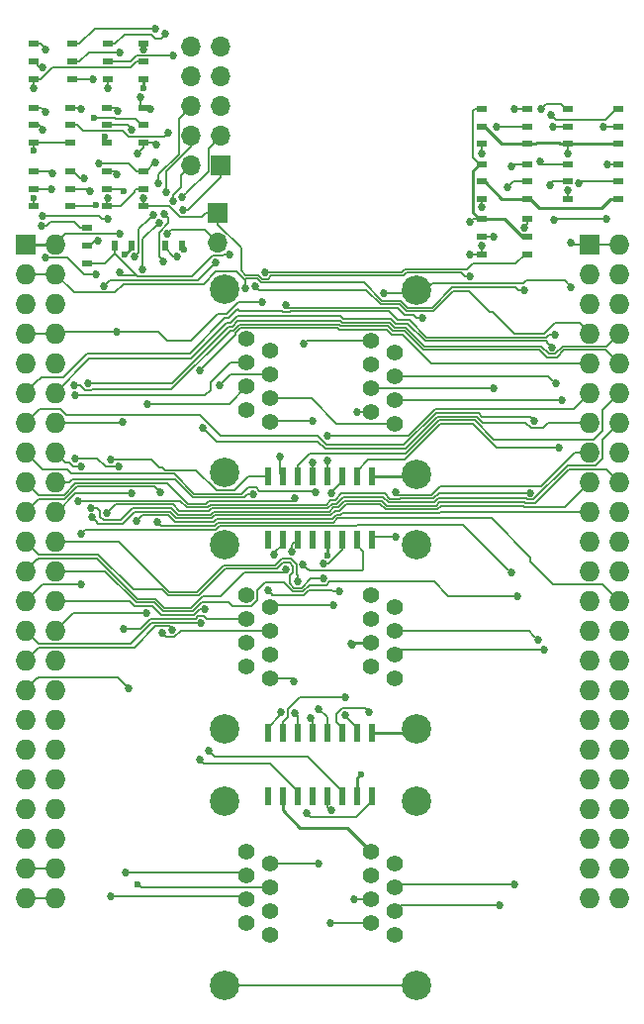
<source format=gbr>
G04 #@! TF.FileFunction,Copper,L2,Bot,Signal*
%FSLAX46Y46*%
G04 Gerber Fmt 4.6, Leading zero omitted, Abs format (unit mm)*
G04 Created by KiCad (PCBNEW 4.0.7-e2-6376~58~ubuntu16.04.1) date Fri Jun  1 10:41:47 2018*
%MOMM*%
%LPD*%
G01*
G04 APERTURE LIST*
%ADD10C,0.100000*%
%ADD11R,1.700000X1.700000*%
%ADD12O,1.700000X1.700000*%
%ADD13R,1.727200X1.727200*%
%ADD14O,1.727200X1.727200*%
%ADD15C,1.422400*%
%ADD16C,2.514600*%
%ADD17R,0.900000X0.500000*%
%ADD18R,0.500000X0.900000*%
%ADD19R,0.600000X1.500000*%
%ADD20C,0.685800*%
%ADD21C,0.600000*%
%ADD22C,0.152400*%
%ADD23C,0.250000*%
G04 APERTURE END LIST*
D10*
D11*
X132842000Y-59690000D03*
D12*
X132842000Y-62230000D03*
D13*
X164630098Y-62382400D03*
D14*
X167170098Y-62382400D03*
X164630098Y-64922400D03*
X167170098Y-64922400D03*
X164630098Y-67462400D03*
X167170098Y-67462400D03*
X164630098Y-70002400D03*
X167170098Y-70002400D03*
X164630098Y-72542400D03*
X167170098Y-72542400D03*
X164630098Y-75082400D03*
X167170098Y-75082400D03*
X164630098Y-77622400D03*
X167170098Y-77622400D03*
X164630098Y-80162400D03*
X167170098Y-80162400D03*
X164630098Y-82702400D03*
X167170098Y-82702400D03*
X164630098Y-85242400D03*
X167170098Y-85242400D03*
X164630098Y-87782400D03*
X167170098Y-87782400D03*
X164630098Y-90322400D03*
X167170098Y-90322400D03*
X164630098Y-92862400D03*
X167170098Y-92862400D03*
X164630098Y-95402400D03*
X167170098Y-95402400D03*
X164630098Y-97942400D03*
X167170098Y-97942400D03*
X164630098Y-100482400D03*
X167170098Y-100482400D03*
X164630098Y-103022400D03*
X167170098Y-103022400D03*
X164630098Y-105562400D03*
X167170098Y-105562400D03*
X164630098Y-108102400D03*
X167170098Y-108102400D03*
X164630098Y-110642400D03*
X167170098Y-110642400D03*
X164630098Y-113182400D03*
X167170098Y-113182400D03*
X164630098Y-115722400D03*
X167170098Y-115722400D03*
X164630098Y-118262400D03*
X167170098Y-118262400D03*
D13*
X116370100Y-62382400D03*
D14*
X118910100Y-62382400D03*
X116370100Y-64922400D03*
X118910100Y-64922400D03*
X116370100Y-67462400D03*
X118910100Y-67462400D03*
X116370100Y-70002400D03*
X118910100Y-70002400D03*
X116370100Y-72542400D03*
X118910100Y-72542400D03*
X116370100Y-75082400D03*
X118910100Y-75082400D03*
X116370100Y-77622400D03*
X118910100Y-77622400D03*
X116370100Y-80162400D03*
X118910100Y-80162400D03*
X116370100Y-82702400D03*
X118910100Y-82702400D03*
X116370100Y-85242400D03*
X118910100Y-85242400D03*
X116370100Y-87782400D03*
X118910100Y-87782400D03*
X116370100Y-90322400D03*
X118910100Y-90322400D03*
X116370100Y-92862400D03*
X118910100Y-92862400D03*
X116370100Y-95402400D03*
X118910100Y-95402400D03*
X116370100Y-97942400D03*
X118910100Y-97942400D03*
X116370100Y-100482400D03*
X118910100Y-100482400D03*
X116370100Y-103022400D03*
X118910100Y-103022400D03*
X116370100Y-105562400D03*
X118910100Y-105562400D03*
X116370100Y-108102400D03*
X118910100Y-108102400D03*
X116370100Y-110642400D03*
X118910100Y-110642400D03*
X116370100Y-113182400D03*
X118910100Y-113182400D03*
X116370100Y-115722400D03*
X118910100Y-115722400D03*
X116370100Y-118262400D03*
X118910100Y-118262400D03*
D15*
X135255000Y-74549000D03*
X135255000Y-72517000D03*
X135255000Y-70485000D03*
X137287000Y-71501000D03*
X137287000Y-73533000D03*
X137287000Y-75565000D03*
X137287000Y-77597000D03*
X135255000Y-76581000D03*
D16*
X133400800Y-66192400D03*
X133400800Y-81889600D03*
D15*
X135255000Y-96456500D03*
X135255000Y-94424500D03*
X135255000Y-92392500D03*
X137287000Y-93408500D03*
X137287000Y-95440500D03*
X137287000Y-97472500D03*
X137287000Y-99504500D03*
X135255000Y-98488500D03*
D16*
X133400800Y-88099900D03*
X133400800Y-103797100D03*
D15*
X135255000Y-118364000D03*
X135255000Y-116332000D03*
X135255000Y-114300000D03*
X137287000Y-115316000D03*
X137287000Y-117348000D03*
X137287000Y-119380000D03*
X137287000Y-121412000D03*
X135255000Y-120396000D03*
D16*
X133400800Y-110007400D03*
X133400800Y-125704600D03*
D15*
X147955000Y-73660000D03*
X147955000Y-75692000D03*
X147955000Y-77724000D03*
X145923000Y-76708000D03*
X145923000Y-74676000D03*
X145923000Y-72644000D03*
X145923000Y-70612000D03*
X147955000Y-71628000D03*
D16*
X149809200Y-82016600D03*
X149809200Y-66319400D03*
D15*
X147955000Y-95440500D03*
X147955000Y-97472500D03*
X147955000Y-99504500D03*
X145923000Y-98488500D03*
X145923000Y-96456500D03*
X145923000Y-94424500D03*
X145923000Y-92392500D03*
X147955000Y-93408500D03*
D16*
X149809200Y-103797100D03*
X149809200Y-88099900D03*
D15*
X147955000Y-117348000D03*
X147955000Y-119380000D03*
X147955000Y-121412000D03*
X145923000Y-120396000D03*
X145923000Y-118364000D03*
X145923000Y-116332000D03*
X145923000Y-114300000D03*
X147955000Y-115316000D03*
D16*
X149809200Y-125704600D03*
X149809200Y-110007400D03*
D11*
X133096000Y-55626000D03*
D12*
X130556000Y-55626000D03*
X133096000Y-53086000D03*
X130556000Y-53086000D03*
X133096000Y-50546000D03*
X130556000Y-50546000D03*
X133096000Y-48006000D03*
X130556000Y-48006000D03*
X133096000Y-45466000D03*
X130556000Y-45466000D03*
D17*
X126492000Y-45260000D03*
X126492000Y-46760000D03*
X126492000Y-48260000D03*
X126491998Y-50697000D03*
X126491998Y-52197000D03*
X126491998Y-53697000D03*
X126491998Y-56134000D03*
X126491998Y-57634000D03*
X126491998Y-59134000D03*
X117094000Y-45260000D03*
X117094000Y-46760000D03*
X117094000Y-48260000D03*
X120396000Y-45260000D03*
X120396000Y-46760000D03*
X120396000Y-48260000D03*
X123444000Y-45260000D03*
X123444000Y-46760000D03*
X123444000Y-48260000D03*
X117094000Y-50697000D03*
X117094000Y-52197000D03*
X117094000Y-53697000D03*
X120181997Y-50697000D03*
X120181997Y-52197000D03*
X120181997Y-53697000D03*
X123359332Y-50697000D03*
X123359332Y-52197000D03*
X123359332Y-53697000D03*
X117094000Y-56134000D03*
X117094000Y-57634000D03*
X117094000Y-59134000D03*
X120226666Y-56134000D03*
X120226666Y-57634000D03*
X120226666Y-59134000D03*
X123359332Y-56134000D03*
X123359332Y-57634000D03*
X123359332Y-59134000D03*
X121666000Y-61008000D03*
X121666000Y-62508000D03*
X121666000Y-64008000D03*
X159339886Y-60222000D03*
X159339886Y-61722000D03*
X159339886Y-63222000D03*
X155443829Y-50812000D03*
X155443829Y-52312000D03*
X155443829Y-53812000D03*
X155443829Y-55529000D03*
X155443829Y-57029000D03*
X155443829Y-58529000D03*
X155443829Y-60246000D03*
X155443829Y-61746000D03*
X155443829Y-63246000D03*
X167132000Y-50812000D03*
X167132000Y-52312000D03*
X167132000Y-53812000D03*
X167132000Y-55529000D03*
X167132000Y-57029000D03*
X167132000Y-58529000D03*
X162814000Y-50812000D03*
X162814000Y-52312000D03*
X162814000Y-53812000D03*
X162814000Y-55529000D03*
X162814000Y-57029000D03*
X162814000Y-58529000D03*
X159339886Y-50812000D03*
X159339886Y-52312000D03*
X159339886Y-53812000D03*
X159339886Y-55529000D03*
X159339886Y-57029000D03*
X159339886Y-58529000D03*
D18*
X123976000Y-62484000D03*
X125476000Y-62484000D03*
X128294000Y-62484000D03*
X129794000Y-62484000D03*
D19*
X137109200Y-82212200D03*
X138379200Y-82212200D03*
X139649200Y-82212200D03*
X140919200Y-82212200D03*
X142189200Y-82212200D03*
X143459200Y-82212200D03*
X144729200Y-82212200D03*
X145999200Y-82212200D03*
X145999200Y-87612200D03*
X144729200Y-87612200D03*
X143459200Y-87612200D03*
X142189200Y-87612200D03*
X140919200Y-87612200D03*
X139649200Y-87612200D03*
X138379200Y-87612200D03*
X137109200Y-87612200D03*
X137109200Y-104165400D03*
X138379200Y-104165400D03*
X139649200Y-104165400D03*
X140919200Y-104165400D03*
X142189200Y-104165400D03*
X143459200Y-104165400D03*
X144729200Y-104165400D03*
X145999200Y-104165400D03*
X145999200Y-109565400D03*
X144729200Y-109565400D03*
X143459200Y-109565400D03*
X142189200Y-109565400D03*
X140919200Y-109565400D03*
X139649200Y-109565400D03*
X138379200Y-109565400D03*
X137109200Y-109565400D03*
D20*
X117725083Y-60790679D03*
X159042057Y-60960000D03*
X159042057Y-66285744D03*
X135153132Y-66161585D03*
X124206000Y-69850000D03*
X136906000Y-64770000D03*
X136652000Y-67310000D03*
X133794457Y-63236055D03*
X124460000Y-64770000D03*
X121917505Y-57847143D03*
X123698000Y-118110000D03*
X118110000Y-63500000D03*
X122402677Y-64960562D03*
X124968000Y-116078000D03*
X118618000Y-57658000D03*
D21*
X124734610Y-57865051D03*
X125984000Y-117094000D03*
X124864852Y-63225390D03*
D20*
X124460000Y-61468000D03*
X147066000Y-66548000D03*
X163068000Y-66040000D03*
X163068000Y-62230000D03*
X128524000Y-61468000D03*
D21*
X129963296Y-62803669D03*
D20*
X126784057Y-76010215D03*
X124460000Y-45974000D03*
X120661855Y-75267566D03*
X117856000Y-47244000D03*
X138176000Y-80518000D03*
X133019823Y-74414968D03*
X129032000Y-46228000D03*
X140970000Y-77470000D03*
X140970000Y-81026000D03*
X128549741Y-52812241D03*
X117874066Y-59965813D03*
X124777510Y-95304274D03*
X123380490Y-60198000D03*
X117856000Y-52578000D03*
X142580941Y-83699180D03*
X142748000Y-93218000D03*
X128079510Y-95618321D03*
X125476000Y-52578000D03*
X139305820Y-99718183D03*
X140130382Y-89728850D03*
X141478000Y-115316000D03*
D21*
X142227522Y-88963998D03*
D20*
X137668000Y-88900000D03*
X161734490Y-74277182D03*
X163759302Y-57150000D03*
X162306000Y-75692000D03*
X165862000Y-52324000D03*
X143700490Y-101092000D03*
X144780000Y-76708000D03*
X144272000Y-96520000D03*
X144309500Y-96595086D03*
X144526000Y-118364000D03*
X156400490Y-74677587D03*
X156400490Y-61725175D03*
X140779510Y-102871587D03*
X140208000Y-70866000D03*
X160210490Y-96158313D03*
X161226490Y-57351013D03*
X160782000Y-97028000D03*
X161544000Y-52324000D03*
X145796000Y-102362000D03*
D21*
X145054610Y-107696000D03*
D20*
X157619679Y-57539301D03*
X158242000Y-117094000D03*
X156972000Y-118872000D03*
X156718000Y-52324000D03*
X142516239Y-110768000D03*
X142494000Y-120396000D03*
X126492000Y-58420000D03*
X154428807Y-65087502D03*
X154432000Y-63246000D03*
X155448000Y-54610000D03*
X155448000Y-62491302D03*
X155448000Y-59182000D03*
X127530740Y-53878367D03*
X125920490Y-54591291D03*
D21*
X126492000Y-49022000D03*
D20*
X127915303Y-83620569D03*
X129875045Y-59483970D03*
X125462974Y-83680321D03*
X126415759Y-64545365D03*
X127821514Y-60516425D03*
X129031477Y-58673477D03*
X126746000Y-93891132D03*
X129800811Y-58340041D03*
X128936521Y-95313510D03*
X128130201Y-63813118D03*
X128233680Y-59768472D03*
X128455602Y-57900269D03*
X120625601Y-80676613D03*
X124369989Y-81419679D03*
X132685493Y-63900722D03*
X123072893Y-65944245D03*
X127290830Y-59867600D03*
X125222000Y-100330000D03*
X125732349Y-63429261D03*
X127762000Y-57150000D03*
X136000966Y-65950093D03*
X121727990Y-74258045D03*
X118110000Y-45720000D03*
X131318000Y-73152000D03*
X127508000Y-43942000D03*
X120584978Y-74422000D03*
X118110000Y-51054000D03*
X142176490Y-80835510D03*
X142176490Y-78740000D03*
X131563067Y-78110077D03*
X128308000Y-44418695D03*
X123329679Y-85381317D03*
X121158000Y-50800000D03*
X148082000Y-87376000D03*
X148082000Y-83566000D03*
X162052000Y-79756000D03*
X122087341Y-85732644D03*
X118681510Y-56307361D03*
X121418841Y-56750005D03*
X121995215Y-84899510D03*
X125867564Y-86075595D03*
X124260694Y-50975795D03*
X127620197Y-86118754D03*
X129366419Y-63396384D03*
X161658321Y-70104000D03*
X161374524Y-51323218D03*
X161607510Y-60307041D03*
X161419772Y-71186955D03*
X166116000Y-60198000D03*
X166213000Y-55529000D03*
X159905679Y-77494912D03*
X160540000Y-50812000D03*
X124711254Y-77533510D03*
X124206000Y-56388000D03*
X141846321Y-89662000D03*
X141224000Y-83566000D03*
X121098235Y-81368868D03*
X159572185Y-83629510D03*
X160381155Y-55271393D03*
X120904000Y-84328000D03*
X140462000Y-110998000D03*
X139446000Y-84074000D03*
X137096490Y-91997274D03*
X143700490Y-102668987D03*
X135837013Y-83756490D03*
X143192490Y-92078669D03*
X141846321Y-90932000D03*
X141478000Y-102108000D03*
X139382521Y-102449267D03*
X139636490Y-91186000D03*
X139192000Y-88646000D03*
X138684000Y-90170000D03*
X158496000Y-92456000D03*
X158242000Y-50800000D03*
X157924490Y-90456938D03*
X157924490Y-55697958D03*
X121158000Y-91440000D03*
X121158000Y-87122000D03*
X131744676Y-93586321D03*
X132080000Y-105664000D03*
X131352716Y-94776724D03*
X131318000Y-106426000D03*
X122593185Y-62058111D03*
X123698000Y-80772000D03*
X127444490Y-55401553D03*
X126492000Y-45709889D03*
X127042079Y-50849639D03*
X122639921Y-55468375D03*
X126238000Y-49784000D03*
D21*
X117073390Y-54356000D03*
D20*
X117094000Y-49022000D03*
D21*
X117094000Y-58420000D03*
X122447607Y-59008798D03*
D20*
X122174000Y-48260000D03*
D21*
X122194610Y-51562000D03*
D20*
X123444000Y-58420000D03*
D21*
X123190000Y-53204211D03*
D20*
X123444000Y-49022000D03*
X138239510Y-102362000D03*
X138684000Y-67564000D03*
X150355605Y-68681622D03*
X154432000Y-60452000D03*
X162814000Y-57774302D03*
X162814000Y-54610000D03*
D22*
X136505423Y-65646312D02*
X145318488Y-65646312D01*
X146880553Y-67208377D02*
X148499045Y-67208378D01*
X136187922Y-65328811D02*
X136505423Y-65646312D01*
X152888816Y-66069366D02*
X158340746Y-66069366D01*
X158557124Y-66285744D02*
X159042057Y-66285744D01*
X145318488Y-65646312D02*
X146880553Y-67208377D01*
X158340746Y-66069366D02*
X158557124Y-66285744D01*
X149095967Y-67805301D02*
X151152881Y-67805301D01*
X148499045Y-67208378D02*
X149095967Y-67805301D01*
X135202534Y-65328811D02*
X136187922Y-65328811D01*
X135126991Y-65404354D02*
X135202534Y-65328811D01*
X151152881Y-67805301D02*
X152888816Y-66069366D01*
X120530219Y-60474619D02*
X118526076Y-60474619D01*
X118526076Y-60474619D02*
X118210016Y-60790679D01*
X118210016Y-60790679D02*
X117725083Y-60790679D01*
X121666000Y-61008000D02*
X121063600Y-61008000D01*
X121063600Y-61008000D02*
X120530219Y-60474619D01*
X159339886Y-60222000D02*
X159339886Y-60662171D01*
X159339886Y-60662171D02*
X159042057Y-60960000D01*
X134429136Y-64706499D02*
X135126991Y-65404354D01*
X131608067Y-65785999D02*
X132687567Y-64706499D01*
X132687567Y-64706499D02*
X134429136Y-64706499D01*
X124759129Y-65785999D02*
X131608067Y-65785999D01*
X124029382Y-66515746D02*
X124759129Y-65785999D01*
X118910100Y-64922400D02*
X120503446Y-66515746D01*
X120503446Y-66515746D02*
X124029382Y-66515746D01*
X135126991Y-65404354D02*
X135153132Y-65430495D01*
X135153132Y-65676652D02*
X135153132Y-66161585D01*
X135153132Y-65430495D02*
X135153132Y-65676652D01*
X118910100Y-64922400D02*
X117688786Y-64922400D01*
X117688786Y-64922400D02*
X116370100Y-64922400D01*
D23*
X121666000Y-61008000D02*
X121466000Y-61008000D01*
D22*
X124206000Y-69850000D02*
X119062500Y-69850000D01*
X119062500Y-69850000D02*
X118910100Y-70002400D01*
X124206000Y-69850000D02*
X127762000Y-69850000D01*
X128524000Y-70612000D02*
X130556000Y-70612000D01*
X132842000Y-68326000D02*
X133591704Y-68326000D01*
X134607704Y-67310000D02*
X136652000Y-67310000D01*
X133591704Y-68326000D02*
X134607704Y-67310000D01*
X130556000Y-70612000D02*
X132842000Y-68326000D01*
X127762000Y-69850000D02*
X128524000Y-70612000D01*
X116370100Y-70002400D02*
X117591414Y-70002400D01*
X117591414Y-70002400D02*
X118910100Y-70002400D01*
X136906000Y-64770000D02*
X148590000Y-64770000D01*
X148844000Y-64516000D02*
X154178000Y-64516000D01*
X148590000Y-64770000D02*
X148844000Y-64516000D01*
X154178000Y-64516000D02*
X154667272Y-64026728D01*
X154667272Y-64026728D02*
X155383998Y-64026728D01*
X136906000Y-64770000D02*
X136906000Y-64516000D01*
X133216359Y-63329220D02*
X133309524Y-63236055D01*
X133309524Y-63236055D02*
X133794457Y-63236055D01*
X125875747Y-65024000D02*
X125968614Y-65116867D01*
X132411171Y-63329220D02*
X133216359Y-63329220D01*
X130623524Y-65116867D02*
X132411171Y-63329220D01*
X125968614Y-65116867D02*
X130623524Y-65116867D01*
X125875747Y-65024000D02*
X124714000Y-65024000D01*
X124714000Y-65024000D02*
X124460000Y-64770000D01*
X125875747Y-65024000D02*
X124097747Y-63246000D01*
X122366000Y-64008000D02*
X121666000Y-64008000D01*
X123914000Y-63246000D02*
X123152000Y-64008000D01*
X123152000Y-64008000D02*
X122366000Y-64008000D01*
X124097747Y-63246000D02*
X123914000Y-63246000D01*
X123976000Y-63184000D02*
X123914000Y-63246000D01*
X158335158Y-64026728D02*
X155808262Y-64026728D01*
X155808262Y-64026728D02*
X155383998Y-64026728D01*
X159339886Y-63222000D02*
X159139886Y-63222000D01*
X159139886Y-63222000D02*
X158335158Y-64026728D01*
X123976000Y-63184000D02*
X123976000Y-62484000D01*
X121704362Y-57634000D02*
X121917505Y-57847143D01*
X120226666Y-57634000D02*
X121704362Y-57634000D01*
X123698000Y-118110000D02*
X135001000Y-118110000D01*
X135001000Y-118110000D02*
X135255000Y-118364000D01*
X118110000Y-63500000D02*
X119963448Y-63500000D01*
X119963448Y-63500000D02*
X121424010Y-64960562D01*
X121424010Y-64960562D02*
X122402677Y-64960562D01*
X124968000Y-116078000D02*
X135001000Y-116078000D01*
X135001000Y-116078000D02*
X135255000Y-116332000D01*
X117720400Y-57658000D02*
X118618000Y-57658000D01*
X117094000Y-57634000D02*
X117696400Y-57634000D01*
X117696400Y-57634000D02*
X117720400Y-57658000D01*
X124503559Y-57634000D02*
X124734610Y-57865051D01*
X123359332Y-57634000D02*
X124503559Y-57634000D01*
X125984000Y-117094000D02*
X126283999Y-117393999D01*
X126283999Y-117393999D02*
X137241001Y-117393999D01*
X137241001Y-117393999D02*
X137287000Y-117348000D01*
D23*
X125476000Y-62684000D02*
X124934610Y-63225390D01*
X125476000Y-62484000D02*
X125476000Y-62684000D01*
X124934610Y-63225390D02*
X124864852Y-63225390D01*
D22*
X147066000Y-66548000D02*
X149580600Y-66548000D01*
X149580600Y-66548000D02*
X149809200Y-66319400D01*
X163068000Y-66040000D02*
X162525865Y-65497865D01*
X159202952Y-65497865D02*
X159003716Y-65697101D01*
X162525865Y-65497865D02*
X159202952Y-65497865D01*
X159003716Y-65697101D02*
X151218899Y-65697101D01*
X151218899Y-65697101D02*
X150596600Y-66319400D01*
X150596600Y-66319400D02*
X149809200Y-66319400D01*
X149809200Y-66319400D02*
X150342600Y-66319400D01*
X150342600Y-66319400D02*
X150876000Y-65786000D01*
X124460000Y-61468000D02*
X123975067Y-61468000D01*
X123975067Y-61468000D02*
X123956466Y-61486601D01*
X123956466Y-61486601D02*
X119805899Y-61486601D01*
X119805899Y-61486601D02*
X118910100Y-62382400D01*
X116370100Y-118262400D02*
X117591414Y-118262400D01*
X117591414Y-118262400D02*
X118910100Y-118262400D01*
X116370100Y-115722400D02*
X117591414Y-115722400D01*
X117591414Y-115722400D02*
X118910100Y-115722400D01*
X143002000Y-77724000D02*
X140843000Y-75565000D01*
X140843000Y-75565000D02*
X137287000Y-75565000D01*
X147955000Y-77724000D02*
X143002000Y-77724000D01*
X164630098Y-62382400D02*
X163220400Y-62382400D01*
X163220400Y-62382400D02*
X163068000Y-62230000D01*
X164630098Y-62382400D02*
X167170098Y-62382400D01*
X133400800Y-125704600D02*
X149809200Y-125704600D01*
X128524000Y-61468000D02*
X128866899Y-61125101D01*
X131737101Y-61125101D02*
X131992001Y-61380001D01*
X128866899Y-61125101D02*
X131737101Y-61125101D01*
X131992001Y-61380001D02*
X132842000Y-62230000D01*
D23*
X145999200Y-104165400D02*
X149440900Y-104165400D01*
X149440900Y-104165400D02*
X149809200Y-103797100D01*
X149613600Y-82212200D02*
X149809200Y-82016600D01*
X145999200Y-82212200D02*
X149613600Y-82212200D01*
X116370100Y-62382400D02*
X117483700Y-62382400D01*
X117483700Y-62382400D02*
X118910100Y-62382400D01*
X129794000Y-62484000D02*
X129868232Y-62484000D01*
X129963296Y-62579064D02*
X129963296Y-62803669D01*
X129868232Y-62484000D02*
X129963296Y-62579064D01*
D22*
X127268990Y-76010215D02*
X126784057Y-76010215D01*
X135255000Y-74549000D02*
X133793785Y-76010215D01*
X133793785Y-76010215D02*
X127268990Y-76010215D01*
X120396000Y-46760000D02*
X120998400Y-46760000D01*
X120998400Y-46760000D02*
X121784400Y-45974000D01*
X121784400Y-45974000D02*
X124460000Y-45974000D01*
X130663423Y-75298312D02*
X130632677Y-75267566D01*
X130632677Y-75267566D02*
X121146788Y-75267566D01*
X135255000Y-72517000D02*
X133901178Y-72517000D01*
X121146788Y-75267566D02*
X120661855Y-75267566D01*
X133901178Y-72517000D02*
X132194312Y-74223866D01*
X132194312Y-74223866D02*
X132194312Y-74822577D01*
X131718577Y-75298312D02*
X130663423Y-75298312D01*
X132194312Y-74822577D02*
X131718577Y-75298312D01*
X117602000Y-47244000D02*
X117856000Y-47244000D01*
X117094000Y-46760000D02*
X117118000Y-46760000D01*
X117118000Y-46760000D02*
X117602000Y-47244000D01*
X138176000Y-80518000D02*
X138176000Y-82009000D01*
X138176000Y-82009000D02*
X138379200Y-82212200D01*
X133362722Y-74072069D02*
X133019823Y-74414968D01*
X133901791Y-73533000D02*
X133362722Y-74072069D01*
X137287000Y-73533000D02*
X133901791Y-73533000D01*
X127454601Y-46281399D02*
X128978601Y-46281399D01*
X128978601Y-46281399D02*
X129032000Y-46228000D01*
X125380518Y-46760000D02*
X125859119Y-46281399D01*
X123444000Y-46760000D02*
X125380518Y-46760000D01*
X125859119Y-46281399D02*
X127454601Y-46281399D01*
X127454601Y-46281399D02*
X127508000Y-46228000D01*
X140970000Y-77470000D02*
X137414000Y-77470000D01*
X137414000Y-77470000D02*
X137287000Y-77597000D01*
X140919200Y-81076800D02*
X140970000Y-81026000D01*
X140919200Y-82212200D02*
X140919200Y-81076800D01*
X125207316Y-53155140D02*
X128206842Y-53155140D01*
X120784397Y-52197000D02*
X121262998Y-52675601D01*
X121262998Y-52675601D02*
X124727777Y-52675601D01*
X124727777Y-52675601D02*
X125207316Y-53155140D01*
X120181997Y-52197000D02*
X120784397Y-52197000D01*
X128206842Y-53155140D02*
X128549741Y-52812241D01*
X123380490Y-60198000D02*
X122895557Y-60198000D01*
X122895557Y-60198000D02*
X122663370Y-59965813D01*
X122663370Y-59965813D02*
X118358999Y-59965813D01*
X118358999Y-59965813D02*
X117874066Y-59965813D01*
X125262443Y-95304274D02*
X124777510Y-95304274D01*
X130934768Y-94386433D02*
X127096523Y-94386433D01*
X126178682Y-95304274D02*
X125262443Y-95304274D01*
X131846324Y-94424500D02*
X131592322Y-94170498D01*
X131592322Y-94170498D02*
X131150702Y-94170498D01*
X131150702Y-94170498D02*
X130934768Y-94386433D01*
X135255000Y-94424500D02*
X131846324Y-94424500D01*
X127096523Y-94386433D02*
X126178682Y-95304274D01*
X117094000Y-52197000D02*
X117475000Y-52197000D01*
X117475000Y-52197000D02*
X117856000Y-52578000D01*
X143459200Y-82212200D02*
X143459200Y-82662200D01*
X143459200Y-82662200D02*
X142580941Y-83540459D01*
X142580941Y-83540459D02*
X142580941Y-83699180D01*
X142748000Y-93218000D02*
X137477500Y-93218000D01*
X137477500Y-93218000D02*
X137287000Y-93408500D01*
X128422409Y-95961220D02*
X128079510Y-95618321D01*
X129134635Y-95961220D02*
X128422409Y-95961220D01*
X137287000Y-95440500D02*
X129655355Y-95440500D01*
X129655355Y-95440500D02*
X129134635Y-95961220D01*
X123359332Y-52197000D02*
X125095000Y-52197000D01*
X125095000Y-52197000D02*
X125476000Y-52578000D01*
X139092137Y-99504500D02*
X139305820Y-99718183D01*
X137287000Y-99504500D02*
X139092137Y-99504500D01*
X145150323Y-90307677D02*
X140709209Y-90307677D01*
X140709209Y-90307677D02*
X140473281Y-90071749D01*
X140473281Y-90071749D02*
X140130382Y-89728850D01*
X145288000Y-90170000D02*
X145150323Y-90307677D01*
X145288000Y-88621000D02*
X145288000Y-90170000D01*
X144729200Y-88062200D02*
X145288000Y-88621000D01*
X144729200Y-87612200D02*
X144729200Y-88062200D01*
X141478000Y-115316000D02*
X137287000Y-115316000D01*
D23*
X142189200Y-88925676D02*
X142227522Y-88963998D01*
X142189200Y-87612200D02*
X142189200Y-88925676D01*
D22*
X138379200Y-87612200D02*
X138379200Y-88062200D01*
X137668000Y-88773400D02*
X137668000Y-88900000D01*
X138379200Y-88062200D02*
X137668000Y-88773400D01*
X161117308Y-73660000D02*
X161391591Y-73934283D01*
X147955000Y-73660000D02*
X161117308Y-73660000D01*
X161391591Y-73934283D02*
X161734490Y-74277182D01*
X167132000Y-57029000D02*
X163880302Y-57029000D01*
X163880302Y-57029000D02*
X163759302Y-57150000D01*
X162306000Y-75692000D02*
X147955000Y-75692000D01*
X167132000Y-52312000D02*
X165874000Y-52312000D01*
X165874000Y-52312000D02*
X165862000Y-52324000D01*
D23*
X167132000Y-52312000D02*
X166932000Y-52312000D01*
D22*
X138379200Y-104165400D02*
X138379200Y-103263000D01*
X138379200Y-103263000D02*
X138811011Y-102831189D01*
X138811011Y-102831189D02*
X138811011Y-102104965D01*
X138811011Y-102104965D02*
X139823976Y-101092000D01*
X143215557Y-101092000D02*
X143700490Y-101092000D01*
X139823976Y-101092000D02*
X143215557Y-101092000D01*
X145923000Y-76708000D02*
X144780000Y-76708000D01*
X145923000Y-96456500D02*
X144448086Y-96456500D01*
X144448086Y-96456500D02*
X144309500Y-96595086D01*
X144009266Y-96520000D02*
X144272000Y-96520000D01*
X144272000Y-96520000D02*
X145859500Y-96520000D01*
X145923000Y-118364000D02*
X144526000Y-118364000D01*
X156398903Y-74676000D02*
X156400490Y-74677587D01*
X145923000Y-74676000D02*
X156398903Y-74676000D01*
X156379665Y-61746000D02*
X156400490Y-61725175D01*
X155443829Y-61746000D02*
X156379665Y-61746000D01*
X140919200Y-104165400D02*
X140919200Y-103011277D01*
X140919200Y-103011277D02*
X140779510Y-102871587D01*
X145923000Y-70612000D02*
X140462000Y-70612000D01*
X140462000Y-70612000D02*
X140208000Y-70866000D01*
X159492677Y-95440500D02*
X159867591Y-95815414D01*
X147955000Y-95440500D02*
X159492677Y-95440500D01*
X159867591Y-95815414D02*
X160210490Y-96158313D01*
X162814000Y-57029000D02*
X161548503Y-57029000D01*
X161548503Y-57029000D02*
X161226490Y-57351013D01*
X160782000Y-97028000D02*
X148399500Y-97028000D01*
X148399500Y-97028000D02*
X147955000Y-97472500D01*
X162814000Y-52312000D02*
X161556000Y-52312000D01*
X161556000Y-52312000D02*
X161544000Y-52324000D01*
D23*
X162814000Y-52312000D02*
X162614000Y-52312000D01*
D22*
X143459200Y-103715400D02*
X143459200Y-104165400D01*
X143006800Y-102516853D02*
X143006800Y-103263000D01*
X143504552Y-102019101D02*
X143006800Y-102516853D01*
X143006800Y-103263000D02*
X143459200Y-103715400D01*
X145453101Y-102019101D02*
X143504552Y-102019101D01*
X145796000Y-102362000D02*
X145453101Y-102019101D01*
D23*
X144729200Y-109565400D02*
X144729200Y-108021410D01*
X144754611Y-107995999D02*
X145054610Y-107696000D01*
X144729200Y-108021410D02*
X144754611Y-107995999D01*
D22*
X157962578Y-57196402D02*
X157619679Y-57539301D01*
X158129980Y-57029000D02*
X157962578Y-57196402D01*
X159339886Y-57029000D02*
X158129980Y-57029000D01*
X158242000Y-117094000D02*
X148209000Y-117094000D01*
X148209000Y-117094000D02*
X147955000Y-117348000D01*
X156972000Y-118872000D02*
X148463000Y-118872000D01*
X148463000Y-118872000D02*
X147955000Y-119380000D01*
X159339886Y-52312000D02*
X156730000Y-52312000D01*
X156730000Y-52312000D02*
X156718000Y-52324000D01*
X142489400Y-110768000D02*
X142516239Y-110768000D01*
X142189200Y-110467800D02*
X142489400Y-110768000D01*
X142189200Y-109565400D02*
X142189200Y-110467800D01*
X145923000Y-120396000D02*
X142494000Y-120396000D01*
D23*
X139852400Y-112268000D02*
X143891000Y-112268000D01*
X143891000Y-112268000D02*
X145923000Y-114300000D01*
X138379200Y-110794800D02*
X139852400Y-112268000D01*
X138379200Y-109565400D02*
X138379200Y-110794800D01*
D22*
X126491998Y-58420002D02*
X126492000Y-58420000D01*
X126491998Y-58715291D02*
X126491998Y-58420002D01*
X153943874Y-65087502D02*
X154428807Y-65087502D01*
X148716256Y-65074811D02*
X148970255Y-64820811D01*
X137160000Y-65341501D02*
X137426691Y-65074810D01*
X136314178Y-65024000D02*
X136631679Y-65341501D01*
X148970255Y-64820811D02*
X153677183Y-64820811D01*
X135204933Y-65024000D02*
X136314178Y-65024000D01*
X134823189Y-64642256D02*
X135204933Y-65024000D01*
X134823189Y-62673589D02*
X134823189Y-64642256D01*
X136631679Y-65341501D02*
X137160000Y-65341501D01*
X137426691Y-65074810D02*
X148716256Y-65074811D01*
X153677183Y-64820811D02*
X153943874Y-65087502D01*
X132842000Y-60692400D02*
X134823189Y-62673589D01*
X132842000Y-59690000D02*
X132842000Y-60692400D01*
X154432000Y-63246000D02*
X155443829Y-63246000D01*
X155443829Y-53812000D02*
X155443829Y-54605829D01*
X155443829Y-54605829D02*
X155448000Y-54610000D01*
X155448000Y-62491302D02*
X155448000Y-63241829D01*
X155448000Y-63241829D02*
X155443829Y-63246000D01*
X155443829Y-58529000D02*
X155443829Y-59177829D01*
X155443829Y-59177829D02*
X155448000Y-59182000D01*
X131839600Y-59690000D02*
X132842000Y-59690000D01*
X131474128Y-60055472D02*
X131839600Y-59690000D01*
X129600723Y-60055472D02*
X131474128Y-60055472D01*
X128679251Y-59134000D02*
X129600723Y-60055472D01*
X126491998Y-59134000D02*
X128679251Y-59134000D01*
X126491998Y-53697000D02*
X126491998Y-54099400D01*
X127349373Y-53697000D02*
X127530740Y-53878367D01*
X126491998Y-53697000D02*
X127349373Y-53697000D01*
X126491998Y-59134000D02*
X126491998Y-58715291D01*
X126000107Y-54591291D02*
X125920490Y-54591291D01*
X126491998Y-54099400D02*
X126000107Y-54591291D01*
X126491998Y-59134000D02*
X126491998Y-58928002D01*
X126491998Y-58928002D02*
X126492000Y-58928000D01*
D23*
X126492000Y-48260000D02*
X126492000Y-49022000D01*
D22*
X117462301Y-84150199D02*
X119734868Y-84150199D01*
X119734868Y-84150199D02*
X120776256Y-83108811D01*
X120776256Y-83108811D02*
X127403545Y-83108811D01*
X116370100Y-85242400D02*
X117462301Y-84150199D01*
X127403545Y-83108811D02*
X127572404Y-83277670D01*
X127572404Y-83277670D02*
X127915303Y-83620569D01*
X130240430Y-59483970D02*
X129875045Y-59483970D01*
X133096000Y-56628400D02*
X130240430Y-59483970D01*
X133096000Y-55626000D02*
X133096000Y-56628400D01*
X119073734Y-85242400D02*
X120635813Y-83680321D01*
X124978041Y-83680321D02*
X125462974Y-83680321D01*
X120635813Y-83680321D02*
X124978041Y-83680321D01*
X118910100Y-85242400D02*
X119073734Y-85242400D01*
X126415759Y-64060432D02*
X126415759Y-64545365D01*
X127821514Y-60516425D02*
X126415759Y-61922180D01*
X126415759Y-61922180D02*
X126415759Y-64060432D01*
X129031477Y-58166523D02*
X129031477Y-58673477D01*
X129706001Y-57491999D02*
X129031477Y-58166523D01*
X130556000Y-55626000D02*
X129706001Y-56475999D01*
X129706001Y-56475999D02*
X129706001Y-57491999D01*
X120421368Y-93891132D02*
X126261067Y-93891132D01*
X118910100Y-95402400D02*
X120421368Y-93891132D01*
X126261067Y-93891132D02*
X126746000Y-93891132D01*
X133096000Y-53086000D02*
X132017399Y-54164601D01*
X130143710Y-57997142D02*
X129800811Y-58340041D01*
X132017399Y-56123453D02*
X130143710Y-57997142D01*
X132017399Y-54164601D02*
X132017399Y-56123453D01*
X125700039Y-96850199D02*
X127503427Y-95046811D01*
X117462301Y-96850199D02*
X125700039Y-96850199D01*
X127503427Y-95046811D02*
X128669822Y-95046811D01*
X116370100Y-97942400D02*
X117462301Y-96850199D01*
X128669822Y-95046811D02*
X128936521Y-95313510D01*
X128576579Y-60111371D02*
X128576579Y-60569599D01*
X127787302Y-63470219D02*
X128130201Y-63813118D01*
X127787302Y-61358876D02*
X127787302Y-63470219D01*
X128233680Y-59768472D02*
X128576579Y-60111371D01*
X128576579Y-60569599D02*
X127787302Y-61358876D01*
X128455602Y-57415336D02*
X128455602Y-57900269D01*
X128455602Y-56130068D02*
X128455602Y-57415336D01*
X130556000Y-54029670D02*
X128455602Y-56130068D01*
X130556000Y-53086000D02*
X130556000Y-54029670D01*
X122509680Y-80676613D02*
X121110534Y-80676613D01*
X123252746Y-81419679D02*
X122509680Y-80676613D01*
X124369989Y-81419679D02*
X123252746Y-81419679D01*
X121110534Y-80676613D02*
X120625601Y-80676613D01*
X123595460Y-65421678D02*
X131164537Y-65421678D01*
X123072893Y-65944245D02*
X123595460Y-65421678D01*
X132342594Y-64243621D02*
X132685493Y-63900722D01*
X131164537Y-65421678D02*
X132342594Y-64243621D01*
X126075248Y-61083182D02*
X126947931Y-60210499D01*
X126947931Y-60210499D02*
X127290830Y-59867600D01*
X126075248Y-63086362D02*
X126075248Y-61083182D01*
X125732349Y-63429261D02*
X126075248Y-63086362D01*
X127762000Y-56665067D02*
X127762000Y-57150000D01*
X127762000Y-56392604D02*
X127762000Y-56665067D01*
X129477399Y-54677205D02*
X127762000Y-56392604D01*
X129477399Y-51624601D02*
X129477399Y-54677205D01*
X130556000Y-50546000D02*
X129477399Y-51624601D01*
X125222000Y-100330000D02*
X124282199Y-99390199D01*
X124282199Y-99390199D02*
X117462301Y-99390199D01*
X117462301Y-99390199D02*
X117233699Y-99618801D01*
X117233699Y-99618801D02*
X116370100Y-100482400D01*
X136343865Y-66292992D02*
X136000966Y-65950093D01*
X145534101Y-66292992D02*
X136343865Y-66292992D01*
X152993658Y-66395591D02*
X151279137Y-68110112D01*
X154346341Y-66395591D02*
X152993658Y-66395591D01*
X151279137Y-68110112D02*
X148969711Y-68110112D01*
X148372789Y-67513189D02*
X147833292Y-67513189D01*
X147833292Y-67513189D02*
X146754297Y-67513187D01*
X146754297Y-67513187D02*
X145534101Y-66292992D01*
X156124339Y-68173589D02*
X154346341Y-66395591D01*
X156378340Y-68173589D02*
X156124339Y-68173589D01*
X163766499Y-69138801D02*
X161663375Y-69138801D01*
X160799776Y-70002400D02*
X158207151Y-70002400D01*
X148969711Y-68110112D02*
X148372789Y-67513189D01*
X161663375Y-69138801D02*
X160799776Y-70002400D01*
X164630098Y-70002400D02*
X163766499Y-69138801D01*
X158207151Y-70002400D02*
X156378340Y-68173589D01*
X161694094Y-71758457D02*
X161145450Y-71758457D01*
X162357950Y-71094601D02*
X161694094Y-71758457D01*
X150533402Y-71094601D02*
X148933234Y-69494433D01*
X133757478Y-69435633D02*
X128935066Y-74258045D01*
X134551383Y-68935577D02*
X134051328Y-69435633D01*
X143334376Y-68935577D02*
X134551383Y-68935577D01*
X147525376Y-69062577D02*
X143461376Y-69062577D01*
X143461376Y-69062577D02*
X143334376Y-68935577D01*
X160481594Y-71094601D02*
X150533402Y-71094601D01*
X147957232Y-69494433D02*
X147525376Y-69062577D01*
X148933234Y-69494433D02*
X147957232Y-69494433D01*
X167170098Y-70002400D02*
X166077897Y-71094601D01*
X128935066Y-74258045D02*
X122212923Y-74258045D01*
X161145450Y-71758457D02*
X160481594Y-71094601D01*
X166077897Y-71094601D02*
X162357950Y-71094601D01*
X134051328Y-69435633D02*
X133757478Y-69435633D01*
X122212923Y-74258045D02*
X121727990Y-74258045D01*
X117094000Y-45260000D02*
X117650000Y-45260000D01*
X117650000Y-45260000D02*
X118110000Y-45720000D01*
X134366000Y-70104000D02*
X134366000Y-69983095D01*
X131318000Y-73152000D02*
X134366000Y-70104000D01*
X147272864Y-69672199D02*
X147704720Y-70104055D01*
X143081864Y-69545199D02*
X143208864Y-69672199D01*
X143208864Y-69672199D02*
X147272864Y-69672199D01*
X134366000Y-69983095D02*
X134803895Y-69545199D01*
X134803895Y-69545199D02*
X143081864Y-69545199D01*
X147704720Y-70104055D02*
X148680722Y-70104055D01*
X148680722Y-70104055D02*
X151119067Y-72542400D01*
X151119067Y-72542400D02*
X163408784Y-72542400D01*
X163408784Y-72542400D02*
X164630098Y-72542400D01*
X122316400Y-43942000D02*
X127508000Y-43942000D01*
X120396000Y-45260000D02*
X120998400Y-45260000D01*
X120998400Y-45260000D02*
X122316400Y-43942000D01*
X167170098Y-72542400D02*
X166027110Y-71399412D01*
X160355338Y-71399412D02*
X150407146Y-71399412D01*
X150407146Y-71399412D02*
X148806978Y-69799244D01*
X143335120Y-69367388D02*
X143208120Y-69240388D01*
X134677640Y-69240388D02*
X134177584Y-69740444D01*
X121483372Y-74829546D02*
X121075826Y-74422000D01*
X133883734Y-69740444D02*
X128859279Y-74764899D01*
X166027110Y-71399412D02*
X162484206Y-71399412D01*
X122002311Y-74829546D02*
X121483372Y-74829546D01*
X161019194Y-72063268D02*
X160355338Y-71399412D01*
X134177584Y-69740444D02*
X133883734Y-69740444D01*
X148806978Y-69799244D02*
X147830976Y-69799244D01*
X121075826Y-74422000D02*
X121069911Y-74422000D01*
X161820350Y-72063268D02*
X161019194Y-72063268D01*
X143208120Y-69240388D02*
X134677640Y-69240388D01*
X121069911Y-74422000D02*
X120584978Y-74422000D01*
X162484206Y-71399412D02*
X161820350Y-72063268D01*
X147399120Y-69367388D02*
X143335120Y-69367388D01*
X147830976Y-69799244D02*
X147399120Y-69367388D01*
X122066958Y-74764899D02*
X122002311Y-74829546D01*
X128859279Y-74764899D02*
X122066958Y-74764899D01*
X117799400Y-50800000D02*
X117856000Y-50800000D01*
X117856000Y-50800000D02*
X118110000Y-51054000D01*
X117094000Y-50697000D02*
X117696400Y-50697000D01*
X117696400Y-50697000D02*
X117799400Y-50800000D01*
X149151735Y-78740000D02*
X142661423Y-78740000D01*
X142661423Y-78740000D02*
X142176490Y-78740000D01*
X163258498Y-76454000D02*
X151437735Y-76454000D01*
X164630098Y-75082400D02*
X163258498Y-76454000D01*
X151437735Y-76454000D02*
X149151735Y-78740000D01*
X142189200Y-82212200D02*
X142189200Y-80848220D01*
X142189200Y-80848220D02*
X142176490Y-80835510D01*
X140695000Y-80264000D02*
X139649200Y-81309800D01*
X148920933Y-80264000D02*
X140695000Y-80264000D01*
X165722299Y-76530199D02*
X165722299Y-78371701D01*
X151765744Y-77419189D02*
X148920933Y-80264000D01*
X165023801Y-79070199D02*
X156463266Y-79070199D01*
X154812256Y-77419189D02*
X151765744Y-77419189D01*
X156463266Y-79070199D02*
X154812256Y-77419189D01*
X165722299Y-78371701D02*
X165023801Y-79070199D01*
X167170098Y-75082400D02*
X165722299Y-76530199D01*
X139649200Y-81309800D02*
X139649200Y-82212200D01*
X132700990Y-79248000D02*
X131905966Y-78452976D01*
X135128000Y-79248000D02*
X132700990Y-79248000D01*
X131905966Y-78452976D02*
X131563067Y-78110077D01*
X155015444Y-77114378D02*
X155523466Y-77622400D01*
X142017221Y-79857622D02*
X148896244Y-79857622D01*
X151639488Y-77114378D02*
X155015444Y-77114378D01*
X155523466Y-77622400D02*
X159187345Y-77622400D01*
X159631358Y-78066413D02*
X160692512Y-78066413D01*
X135128000Y-79248000D02*
X141407599Y-79248000D01*
X163408784Y-77622400D02*
X164630098Y-77622400D01*
X161136525Y-77622400D02*
X163408784Y-77622400D01*
X159187345Y-77622400D02*
X159631358Y-78066413D01*
X148896244Y-79857622D02*
X151639488Y-77114378D01*
X160692512Y-78066413D02*
X161136525Y-77622400D01*
X141407599Y-79248000D02*
X142017221Y-79857622D01*
X127170176Y-44450000D02*
X127481770Y-44761594D01*
X124856400Y-44450000D02*
X127170176Y-44450000D01*
X124046400Y-45260000D02*
X124856400Y-44450000D01*
X127481770Y-44761594D02*
X127965101Y-44761594D01*
X127965101Y-44761594D02*
X128308000Y-44418695D01*
X123444000Y-45260000D02*
X124046400Y-45260000D01*
X134874000Y-79248000D02*
X135128000Y-79248000D01*
X142981519Y-84575493D02*
X142600641Y-84575493D01*
X143547088Y-84009924D02*
X142981519Y-84575493D01*
X146995033Y-84009924D02*
X143547088Y-84009924D01*
X147427422Y-84442313D02*
X146995033Y-84009924D01*
X123672578Y-85038418D02*
X123329679Y-85381317D01*
X128982678Y-84632811D02*
X124078185Y-84632811D01*
X124078185Y-84632811D02*
X123672578Y-85038418D01*
X132078512Y-85191622D02*
X129541489Y-85191622D01*
X148495268Y-84429622D02*
X148482577Y-84442313D01*
X151382512Y-84429622D02*
X148495268Y-84429622D01*
X151687323Y-84124811D02*
X151382512Y-84429622D01*
X159221662Y-84124811D02*
X151687323Y-84124811D01*
X162792918Y-81254601D02*
X159846507Y-84201012D01*
X165154355Y-81254601D02*
X162792918Y-81254601D01*
X165722299Y-80686657D02*
X165154355Y-81254601D01*
X165722299Y-79070199D02*
X165722299Y-80686657D01*
X132319821Y-84950313D02*
X132078512Y-85191622D01*
X142225821Y-84950313D02*
X132319821Y-84950313D01*
X142600641Y-84575493D02*
X142225821Y-84950313D01*
X159297863Y-84201012D02*
X159221662Y-84124811D01*
X159846507Y-84201012D02*
X159297863Y-84201012D01*
X129541489Y-85191622D02*
X128982678Y-84632811D01*
X167170098Y-77622400D02*
X165722299Y-79070199D01*
X148482577Y-84442313D02*
X147427422Y-84442313D01*
X120181997Y-50697000D02*
X121055000Y-50697000D01*
X121055000Y-50697000D02*
X121158000Y-50800000D01*
X148082000Y-87376000D02*
X146235400Y-87376000D01*
X146235400Y-87376000D02*
X145999200Y-87612200D01*
X151130000Y-83820000D02*
X148336000Y-83820000D01*
X148336000Y-83820000D02*
X148082000Y-83566000D01*
X151892000Y-83058000D02*
X151130000Y-83820000D01*
X160513184Y-83058000D02*
X151892000Y-83058000D01*
X164630098Y-80162400D02*
X163408784Y-80162400D01*
X163408784Y-80162400D02*
X160513184Y-83058000D01*
X162052000Y-79756000D02*
X156718000Y-79756000D01*
X156718000Y-79756000D02*
X154686000Y-77724000D01*
X154686000Y-77724000D02*
X151892000Y-77724000D01*
X151892000Y-77724000D02*
X148844000Y-80772000D01*
X148844000Y-80772000D02*
X145719400Y-80772000D01*
X145719400Y-80772000D02*
X144729200Y-81762200D01*
X144729200Y-81762200D02*
X144729200Y-82212200D01*
X128730166Y-85242433D02*
X125704880Y-85242433D01*
X129288977Y-85801244D02*
X128730166Y-85242433D01*
X132331024Y-85801244D02*
X129288977Y-85801244D01*
X122612327Y-86257630D02*
X122430240Y-86075543D01*
X125704880Y-85242433D02*
X124689683Y-86257630D01*
X132572333Y-85559935D02*
X132331024Y-85801244D01*
X142478332Y-85559935D02*
X132572333Y-85559935D01*
X142853152Y-85185115D02*
X142478332Y-85559935D01*
X143234031Y-85185115D02*
X142853152Y-85185115D01*
X143799080Y-84620065D02*
X143234031Y-85185115D01*
X146743040Y-84620065D02*
X143799080Y-84620065D01*
X148747780Y-85039244D02*
X148735089Y-85051935D01*
X147174910Y-85051935D02*
X146743040Y-84620065D01*
X162521864Y-84810634D02*
X159045351Y-84810634D01*
X159045351Y-84810634D02*
X158969150Y-84734433D01*
X158969150Y-84734433D02*
X151939835Y-84734433D01*
X164630098Y-82702400D02*
X162521864Y-84810634D01*
X151939835Y-84734433D02*
X151635024Y-85039244D01*
X148735089Y-85051935D02*
X147174910Y-85051935D01*
X151635024Y-85039244D02*
X148747780Y-85039244D01*
X124689683Y-86257630D02*
X122612327Y-86257630D01*
X122430240Y-86075543D02*
X122087341Y-85732644D01*
X118508149Y-56134000D02*
X118681510Y-56307361D01*
X117094000Y-56134000D02*
X118508149Y-56134000D01*
X121042671Y-56750005D02*
X121418841Y-56750005D01*
X120226666Y-56134000D02*
X120426666Y-56134000D01*
X120426666Y-56134000D02*
X121042671Y-56750005D01*
X128856422Y-84937622D02*
X125578624Y-84937622D01*
X142726897Y-84880304D02*
X142352077Y-85255124D01*
X148608833Y-84747124D02*
X147301166Y-84747124D01*
X147301166Y-84747124D02*
X146869296Y-84315254D01*
X122758177Y-85177539D02*
X122480148Y-84899510D01*
X122480148Y-84899510D02*
X121995215Y-84899510D01*
X122758177Y-85655639D02*
X122758177Y-85177539D01*
X124563427Y-85952819D02*
X123055357Y-85952819D01*
X123055357Y-85952819D02*
X122758177Y-85655639D01*
X125578624Y-84937622D02*
X124563427Y-85952819D01*
X132204768Y-85496433D02*
X129415233Y-85496433D01*
X129415233Y-85496433D02*
X128856422Y-84937622D01*
X143107775Y-84880304D02*
X142726897Y-84880304D01*
X146869296Y-84315254D02*
X143672825Y-84315254D01*
X143672825Y-84315254D02*
X143107775Y-84880304D01*
X151508768Y-84734433D02*
X148621524Y-84734433D01*
X151813579Y-84429622D02*
X151508768Y-84734433D01*
X159095406Y-84429622D02*
X151813579Y-84429622D01*
X159972763Y-84505823D02*
X159171607Y-84505823D01*
X159171607Y-84505823D02*
X159095406Y-84429622D01*
X162868387Y-81610199D02*
X159972763Y-84505823D01*
X166077897Y-81610199D02*
X162868387Y-81610199D01*
X167170098Y-82702400D02*
X166077897Y-81610199D01*
X148621524Y-84734433D02*
X148608833Y-84747124D01*
X132446076Y-85255124D02*
X132204768Y-85496433D01*
X142352077Y-85255124D02*
X132446076Y-85255124D01*
X129162721Y-86106055D02*
X128603910Y-85547244D01*
X128603910Y-85547244D02*
X126395915Y-85547244D01*
X126395915Y-85547244D02*
X126210463Y-85732696D01*
X126210463Y-85732696D02*
X125867564Y-86075595D01*
X132698588Y-85864746D02*
X132457280Y-86106055D01*
X132457280Y-86106055D02*
X129162721Y-86106055D01*
X142604589Y-85864746D02*
X132698588Y-85864746D01*
X148874036Y-85344055D02*
X148861345Y-85356746D01*
X151761280Y-85344055D02*
X148874036Y-85344055D01*
X151862935Y-85242400D02*
X151761280Y-85344055D01*
X148861345Y-85356746D02*
X143493467Y-85356746D01*
X142979409Y-85489926D02*
X142604589Y-85864746D01*
X143360287Y-85489926D02*
X142979409Y-85489926D01*
X143493467Y-85356746D02*
X143360287Y-85489926D01*
X164630098Y-85242400D02*
X151862935Y-85242400D01*
X123981899Y-50697000D02*
X124260694Y-50975795D01*
X123359332Y-50697000D02*
X123981899Y-50697000D01*
X127963096Y-86461653D02*
X127620197Y-86118754D01*
X159575501Y-89133679D02*
X156243011Y-85801189D01*
X142730844Y-86169557D02*
X132824845Y-86169557D01*
X132824845Y-86169557D02*
X132532749Y-86461653D01*
X132532749Y-86461653D02*
X127963096Y-86461653D01*
X159575501Y-89471501D02*
X159575501Y-89133679D01*
X143099212Y-85801189D02*
X142730844Y-86169557D01*
X167170098Y-92862400D02*
X165747698Y-91440000D01*
X161544000Y-91440000D02*
X159575501Y-89471501D01*
X156243011Y-85801189D02*
X143099212Y-85801189D01*
X165747698Y-91440000D02*
X161544000Y-91440000D01*
X128294000Y-62484000D02*
X128294000Y-62684000D01*
X128294000Y-62684000D02*
X129006384Y-63396384D01*
X129006384Y-63396384D02*
X129366419Y-63396384D01*
X128294000Y-62484000D02*
X128524000Y-62484000D01*
X161173388Y-70104000D02*
X161658321Y-70104000D01*
X160919388Y-70358000D02*
X161173388Y-70104000D01*
X150698933Y-70358000D02*
X160919388Y-70358000D01*
X149225744Y-68884811D02*
X150698933Y-70358000D01*
X148209744Y-68884811D02*
X149225744Y-68884811D01*
X138958322Y-68135502D02*
X138971013Y-68122811D01*
X138409678Y-68135502D02*
X138958322Y-68135502D01*
X138396987Y-68122811D02*
X138409678Y-68135502D01*
X134487484Y-67930301D02*
X134679994Y-68122811D01*
X147447744Y-68122811D02*
X148209744Y-68884811D01*
X138971013Y-68122811D02*
X147447744Y-68122811D01*
X134679994Y-68122811D02*
X138396987Y-68122811D01*
X166031277Y-51712723D02*
X161764029Y-51712723D01*
X161764029Y-51712723D02*
X161717423Y-51666117D01*
X161717423Y-51666117D02*
X161374524Y-51323218D01*
X167132000Y-50812000D02*
X166932000Y-50812000D01*
X166932000Y-50812000D02*
X166031277Y-51712723D01*
X117233699Y-74218801D02*
X116370100Y-75082400D01*
X117721499Y-73731001D02*
X117233699Y-74218801D01*
X119625089Y-73731001D02*
X117721499Y-73731001D01*
X121667141Y-71688949D02*
X119625089Y-73731001D01*
X134487484Y-67930301D02*
X133738174Y-68679611D01*
X130434986Y-71688949D02*
X121667141Y-71688949D01*
X133444324Y-68679611D02*
X130434986Y-71688949D01*
X133738174Y-68679611D02*
X133444324Y-68679611D01*
X134478300Y-68508579D02*
X143338445Y-68508579D01*
X143338445Y-68508579D02*
X143587632Y-68757766D01*
X150572677Y-70662811D02*
X160895628Y-70662811D01*
X161076873Y-70844056D02*
X161419772Y-71186955D01*
X143587632Y-68757766D02*
X147651632Y-68757766D01*
X149099489Y-69189622D02*
X150572677Y-70662811D01*
X147651632Y-68757766D02*
X148083488Y-69189622D01*
X160895628Y-70662811D02*
X161076873Y-70844056D01*
X148083488Y-69189622D02*
X149099489Y-69189622D01*
X166116000Y-60198000D02*
X161716551Y-60198000D01*
X161716551Y-60198000D02*
X161607510Y-60307041D01*
X167132000Y-55529000D02*
X166213000Y-55529000D01*
X133611008Y-69082022D02*
X133904858Y-69082022D01*
X133904858Y-69082022D02*
X134478300Y-68508579D01*
X130516953Y-72176077D02*
X133611008Y-69082022D01*
X121816423Y-72176077D02*
X130516953Y-72176077D01*
X118910100Y-75082400D02*
X121816423Y-72176077D01*
X159562780Y-77152013D02*
X159905679Y-77494912D01*
X155446511Y-77114378D02*
X159525145Y-77114378D01*
X155141700Y-76809567D02*
X155446511Y-77114378D01*
X151513232Y-76809567D02*
X155141700Y-76809567D01*
X148769988Y-79552811D02*
X151513232Y-76809567D01*
X142143477Y-79552811D02*
X148769988Y-79552811D01*
X141330666Y-78740000D02*
X142143477Y-79552811D01*
X133038814Y-78740000D02*
X141330666Y-78740000D01*
X131260814Y-76962000D02*
X133038814Y-78740000D01*
X119866158Y-76962000D02*
X131260814Y-76962000D01*
X119358158Y-76454000D02*
X119866158Y-76962000D01*
X117538500Y-76454000D02*
X119358158Y-76454000D01*
X116370100Y-77622400D02*
X117538500Y-76454000D01*
X159525145Y-77114378D02*
X159562780Y-77152013D01*
X162814000Y-50812000D02*
X162614000Y-50812000D01*
X162614000Y-50812000D02*
X162211600Y-50409600D01*
X162211600Y-50409600D02*
X160942400Y-50409600D01*
X160942400Y-50409600D02*
X160882899Y-50469101D01*
X160882899Y-50469101D02*
X160540000Y-50812000D01*
X124622364Y-77622400D02*
X124711254Y-77533510D01*
X118910100Y-77622400D02*
X124622364Y-77622400D01*
X123359332Y-56134000D02*
X123952000Y-56134000D01*
X123952000Y-56134000D02*
X124206000Y-56388000D01*
X117233699Y-81025999D02*
X116370100Y-80162400D01*
X117817899Y-81610199D02*
X117233699Y-81025999D01*
X120294378Y-81940378D02*
X119964199Y-81610199D01*
X128229403Y-81991220D02*
X128229372Y-81991189D01*
X130808512Y-83718378D02*
X129081354Y-81991220D01*
X128229372Y-81991189D02*
X123493323Y-81991189D01*
X135405902Y-83184988D02*
X134872512Y-83718378D01*
X136111335Y-83184988D02*
X135405902Y-83184988D01*
X129081354Y-81991220D02*
X128229403Y-81991220D01*
X136403448Y-83477101D02*
X136111335Y-83184988D01*
X119964199Y-81610199D02*
X117817899Y-81610199D01*
X123493323Y-81991189D02*
X123442512Y-81940378D01*
X123442512Y-81940378D02*
X120294378Y-81940378D01*
X141135101Y-83477101D02*
X136403448Y-83477101D01*
X134872512Y-83718378D02*
X130808512Y-83718378D01*
X143459200Y-87612200D02*
X143459200Y-88514600D01*
X142311800Y-89662000D02*
X141846321Y-89662000D01*
X143459200Y-88514600D02*
X142311800Y-89662000D01*
X159087252Y-83629510D02*
X159572185Y-83629510D01*
X151751556Y-83629510D02*
X159087252Y-83629510D01*
X151256256Y-84124811D02*
X151751556Y-83629510D01*
X148369012Y-84124811D02*
X151256256Y-84124811D01*
X148356321Y-84137502D02*
X148369012Y-84124811D01*
X147553678Y-84137502D02*
X148356321Y-84137502D01*
X147119054Y-83702878D02*
X147553678Y-84137502D01*
X143423067Y-83702878D02*
X147119054Y-83702878D01*
X142855263Y-84270682D02*
X143423067Y-83702878D01*
X142474385Y-84270682D02*
X142855263Y-84270682D01*
X142099565Y-84645502D02*
X142474385Y-84270682D01*
X131952256Y-84886811D02*
X132193565Y-84645502D01*
X130175744Y-84886811D02*
X131952256Y-84886811D01*
X129616933Y-84328000D02*
X130175744Y-84886811D01*
X120904000Y-84328000D02*
X129616933Y-84328000D01*
X132193565Y-84645502D02*
X142099565Y-84645502D01*
X119773699Y-81025999D02*
X120139072Y-81025999D01*
X118910100Y-80162400D02*
X119773699Y-81025999D01*
X120481941Y-81368868D02*
X120613302Y-81368868D01*
X120613302Y-81368868D02*
X121098235Y-81368868D01*
X120139072Y-81025999D02*
X120481941Y-81368868D01*
X160638762Y-55529000D02*
X160381155Y-55271393D01*
X162814000Y-55529000D02*
X160638762Y-55529000D01*
X145999200Y-110015400D02*
X145999200Y-109565400D01*
X144673701Y-111340899D02*
X145999200Y-110015400D01*
X140804899Y-111340899D02*
X144673701Y-111340899D01*
X140462000Y-110998000D02*
X140804899Y-111340899D01*
X139192000Y-84328000D02*
X139446000Y-84328000D01*
X139446000Y-84328000D02*
X139446000Y-84074000D01*
X132080001Y-84328000D02*
X139192000Y-84328000D01*
X131826001Y-84582000D02*
X132080001Y-84328000D01*
X130302000Y-84582000D02*
X131826001Y-84582000D01*
X130048000Y-84328000D02*
X130302000Y-84582000D01*
X129032000Y-83312000D02*
X130048000Y-84328000D01*
X128524000Y-82804000D02*
X129032000Y-83312000D01*
X128270000Y-82804000D02*
X128524000Y-82804000D01*
X120650000Y-82804000D02*
X128270000Y-82804000D01*
X119659399Y-83794601D02*
X120650000Y-82804000D01*
X117233700Y-83566000D02*
X117462301Y-83794601D01*
X117462301Y-83794601D02*
X119659399Y-83794601D01*
X116370100Y-82702400D02*
X117233700Y-83566000D01*
X137466340Y-92367124D02*
X137439389Y-92340173D01*
X142707557Y-92078669D02*
X142576888Y-91948000D01*
X140226834Y-92367124D02*
X137466340Y-92367124D01*
X142576888Y-91948000D02*
X140645958Y-91948000D01*
X140645958Y-91948000D02*
X140226834Y-92367124D01*
X137439389Y-92340173D02*
X137096490Y-91997274D01*
X143192490Y-92078669D02*
X142707557Y-92078669D01*
X143700490Y-102686690D02*
X143700490Y-102668987D01*
X144729200Y-103715400D02*
X143700490Y-102686690D01*
X144729200Y-104165400D02*
X144729200Y-103715400D01*
X135352080Y-83756490D02*
X135837013Y-83756490D01*
X130682256Y-84023189D02*
X135085381Y-84023189D01*
X135085381Y-84023189D02*
X135352080Y-83756490D01*
X120334625Y-82499189D02*
X129158256Y-82499189D01*
X129158256Y-82499189D02*
X130682256Y-84023189D01*
X120131414Y-82702400D02*
X120334625Y-82499189D01*
X118910100Y-82702400D02*
X120131414Y-82702400D01*
X138988811Y-91384145D02*
X139362168Y-91757502D01*
X139362168Y-91757502D02*
X139974322Y-91757502D01*
X141361388Y-90932000D02*
X141846321Y-90932000D01*
X140799824Y-90932000D02*
X141361388Y-90932000D01*
X139974322Y-91757502D02*
X140799824Y-90932000D01*
X138988811Y-90711013D02*
X138988811Y-91384145D01*
X139255502Y-90444322D02*
X138988811Y-90711013D01*
X138409678Y-89598498D02*
X138958322Y-89598498D01*
X138958322Y-89598498D02*
X139255502Y-89895678D01*
X137888987Y-90119189D02*
X138409678Y-89598498D01*
X133477745Y-90119189D02*
X137888987Y-90119189D01*
X128550122Y-92405189D02*
X131191745Y-92405189D01*
X128042122Y-91897189D02*
X128550122Y-92405189D01*
X125602255Y-91897189D02*
X128042122Y-91897189D01*
X117487700Y-88900000D02*
X122605066Y-88900000D01*
X116370100Y-87782400D02*
X117487700Y-88900000D01*
X131191745Y-92405189D02*
X133477745Y-90119189D01*
X122605066Y-88900000D02*
X125602255Y-91897189D01*
X139255502Y-89895678D02*
X139255502Y-90444322D01*
X141478000Y-102108000D02*
X142189200Y-102819200D01*
X142189200Y-102819200D02*
X142189200Y-104165400D01*
X139649200Y-102715946D02*
X139382521Y-102449267D01*
X139649200Y-104165400D02*
X139649200Y-102715946D01*
X118910100Y-87782400D02*
X124358400Y-87782400D01*
X133351489Y-89814378D02*
X137762731Y-89814378D01*
X131065488Y-92100378D02*
X133351489Y-89814378D01*
X137762731Y-89814378D02*
X138283422Y-89293687D01*
X128676378Y-92100378D02*
X131065488Y-92100378D01*
X138283422Y-89293687D02*
X139084578Y-89293687D01*
X139084578Y-89293687D02*
X139560313Y-89769422D01*
X139560313Y-89769422D02*
X139560313Y-90624890D01*
X139560313Y-90624890D02*
X139636490Y-90701067D01*
X139636490Y-90701067D02*
X139636490Y-91186000D01*
X124358400Y-87782400D02*
X128676378Y-92100378D01*
X139192000Y-88646000D02*
X139192000Y-88069400D01*
X139192000Y-88069400D02*
X139649200Y-87612200D01*
X138684000Y-90424000D02*
X138684000Y-90170000D01*
X138430000Y-90424000D02*
X138684000Y-90424000D01*
X135128000Y-90424000D02*
X138430000Y-90424000D01*
X133096000Y-92456000D02*
X135128000Y-90424000D01*
X131572000Y-92456000D02*
X133096000Y-92456000D01*
X131317999Y-92710001D02*
X131572000Y-92456000D01*
X130556000Y-93472000D02*
X131317999Y-92710001D01*
X128270000Y-93472000D02*
X130556000Y-93472000D01*
X127508000Y-92710000D02*
X128270000Y-93472000D01*
X125984000Y-92710000D02*
X127508000Y-92710000D01*
X125476000Y-92202000D02*
X125984000Y-92710000D01*
X122504199Y-89230199D02*
X125476000Y-92202000D01*
X117233699Y-89458801D02*
X117462301Y-89230199D01*
X117462301Y-89230199D02*
X122504199Y-89230199D01*
X116370100Y-90322400D02*
X117233699Y-89458801D01*
X120131414Y-90322400D02*
X118910100Y-90322400D01*
X123165333Y-90322400D02*
X120131414Y-90322400D01*
X135706105Y-93332301D02*
X134047746Y-93332301D01*
X125857744Y-93014811D02*
X123165333Y-90322400D01*
X127381745Y-93014811D02*
X125857744Y-93014811D01*
X131444256Y-93014811D02*
X130682256Y-93776811D01*
X128143744Y-93776811D02*
X127381745Y-93014811D01*
X133730256Y-93014811D02*
X131444256Y-93014811D01*
X130682256Y-93776811D02*
X128143744Y-93776811D01*
X142120643Y-91503502D02*
X140659389Y-91503502D01*
X142387334Y-91236811D02*
X142120643Y-91503502D01*
X136194801Y-91941395D02*
X136194801Y-92843605D01*
X136848574Y-91287622D02*
X136194801Y-91941395D01*
X140100578Y-92062313D02*
X139235912Y-92062313D01*
X139235912Y-92062313D02*
X138461221Y-91287622D01*
X138461221Y-91287622D02*
X136848574Y-91287622D01*
X136194801Y-92843605D02*
X135706105Y-93332301D01*
X151368060Y-91236811D02*
X142387334Y-91236811D01*
X140659389Y-91503502D02*
X140100578Y-92062313D01*
X152587249Y-92456000D02*
X151368060Y-91236811D01*
X158496000Y-92456000D02*
X152587249Y-92456000D01*
X134047746Y-93332301D02*
X133730256Y-93014811D01*
X159339886Y-50812000D02*
X158254000Y-50812000D01*
X158254000Y-50812000D02*
X158242000Y-50800000D01*
X157581591Y-90114039D02*
X157924490Y-90456938D01*
X132646367Y-86779101D02*
X132951100Y-86474368D01*
X153802153Y-86334601D02*
X157581591Y-90114039D01*
X144698658Y-86474368D02*
X144838425Y-86334601D01*
X121158000Y-87122000D02*
X121500899Y-86779101D01*
X121500899Y-86779101D02*
X132646367Y-86779101D01*
X144838425Y-86334601D02*
X153802153Y-86334601D01*
X132951100Y-86474368D02*
X144698658Y-86474368D01*
X158093448Y-55529000D02*
X157924490Y-55697958D01*
X159339886Y-55529000D02*
X158093448Y-55529000D01*
X121158000Y-91440000D02*
X117792500Y-91440000D01*
X117792500Y-91440000D02*
X116370100Y-92862400D01*
X125274267Y-92862400D02*
X125731488Y-93319622D01*
X118910100Y-92862400D02*
X125274267Y-92862400D01*
X125731488Y-93319622D02*
X127255489Y-93319622D01*
X127255489Y-93319622D02*
X128017488Y-94081622D01*
X128017488Y-94081622D02*
X130808512Y-94081622D01*
X130808512Y-94081622D02*
X131303813Y-93586321D01*
X131303813Y-93586321D02*
X131744676Y-93586321D01*
X132588000Y-106172000D02*
X140515800Y-106172000D01*
X140515800Y-106172000D02*
X143459200Y-109115400D01*
X143459200Y-109115400D02*
X143459200Y-109565400D01*
X132080000Y-105664000D02*
X132588000Y-106172000D01*
X116370100Y-95402400D02*
X117513088Y-96545388D01*
X130867783Y-94776724D02*
X131352716Y-94776724D01*
X130833059Y-94742000D02*
X130867783Y-94776724D01*
X127172023Y-94742000D02*
X130833059Y-94742000D01*
X117513088Y-96545388D02*
X125368635Y-96545388D01*
X125368635Y-96545388D02*
X127172023Y-94742000D01*
X139649200Y-109115400D02*
X139649200Y-109565400D01*
X137302699Y-106768899D02*
X139649200Y-109115400D01*
X131660899Y-106768899D02*
X137302699Y-106768899D01*
X131318000Y-106426000D02*
X131660899Y-106768899D01*
X134264433Y-83413567D02*
X135465800Y-82212200D01*
X132725633Y-83413567D02*
X134264433Y-83413567D01*
X128355661Y-81686411D02*
X130998477Y-81686411D01*
X130998477Y-81686411D02*
X132725633Y-83413567D01*
X128101661Y-81432411D02*
X128355661Y-81686411D01*
X127187249Y-80772000D02*
X127847660Y-81432411D01*
X123698000Y-80772000D02*
X127187249Y-80772000D01*
X136656800Y-82212200D02*
X137109200Y-82212200D01*
X127847660Y-81432411D02*
X128101661Y-81432411D01*
X135465800Y-82212200D02*
X136656800Y-82212200D01*
X122315889Y-62058111D02*
X122593185Y-62058111D01*
X121866000Y-62508000D02*
X122315889Y-62058111D01*
X121666000Y-62508000D02*
X121866000Y-62508000D01*
X126491998Y-56134000D02*
X126691998Y-56134000D01*
X127424445Y-55401553D02*
X127444490Y-55401553D01*
X126691998Y-56134000D02*
X127424445Y-55401553D01*
X126492000Y-45260000D02*
X126492000Y-45709889D01*
X126557146Y-50849639D02*
X127042079Y-50849639D01*
X126491998Y-50784491D02*
X126557146Y-50849639D01*
X126491998Y-50697000D02*
X126491998Y-50784491D01*
X123124854Y-55468375D02*
X122639921Y-55468375D01*
X125889598Y-56134000D02*
X125223973Y-55468375D01*
X125223973Y-55468375D02*
X123124854Y-55468375D01*
X126491998Y-56134000D02*
X125889598Y-56134000D01*
X126238000Y-49784000D02*
X126238000Y-50443002D01*
X126238000Y-50443002D02*
X126491998Y-50697000D01*
X117094000Y-54335390D02*
X117073390Y-54356000D01*
X117094000Y-53697000D02*
X117094000Y-54335390D01*
X125410999Y-47238601D02*
X125889600Y-46760000D01*
X117696400Y-48260000D02*
X118717799Y-47238601D01*
X118717799Y-47238601D02*
X125410999Y-47238601D01*
X117094000Y-48260000D02*
X117696400Y-48260000D01*
X125889600Y-46760000D02*
X126492000Y-46760000D01*
X117094000Y-48260000D02*
X117094000Y-49022000D01*
X117094000Y-59134000D02*
X117094000Y-58420000D01*
X120181997Y-53697000D02*
X119481997Y-53697000D01*
X119481997Y-53697000D02*
X117094000Y-53697000D01*
X120226666Y-59134000D02*
X122322405Y-59134000D01*
X122322405Y-59134000D02*
X122447607Y-59008798D01*
X122618874Y-51562000D02*
X122194610Y-51562000D01*
X125791998Y-51697000D02*
X124138714Y-51697000D01*
X124138714Y-51697000D02*
X124003714Y-51562000D01*
X124003714Y-51562000D02*
X122618874Y-51562000D01*
X126491998Y-52197000D02*
X126291998Y-52197000D01*
X126291998Y-52197000D02*
X125791998Y-51697000D01*
X120396000Y-48260000D02*
X122174000Y-48260000D01*
X123359332Y-58504668D02*
X123444000Y-58420000D01*
X123359332Y-58752003D02*
X123359332Y-58504668D01*
X123359332Y-59134000D02*
X123359332Y-58752003D01*
X125730000Y-57912000D02*
X125730000Y-57793598D01*
X125730000Y-57793598D02*
X125889598Y-57634000D01*
X125889598Y-57634000D02*
X126491998Y-57634000D01*
X124508000Y-59134000D02*
X125730000Y-57912000D01*
X123359332Y-59134000D02*
X124508000Y-59134000D01*
D23*
X123190000Y-53628475D02*
X123190000Y-53204211D01*
X123258525Y-53697000D02*
X123190000Y-53628475D01*
X123359332Y-53697000D02*
X123258525Y-53697000D01*
D22*
X123444000Y-48260000D02*
X123444000Y-49022000D01*
X154686000Y-50967429D02*
X154686000Y-54971171D01*
X155243829Y-55529000D02*
X155443829Y-55529000D01*
X154686000Y-54971171D02*
X155243829Y-55529000D01*
X155443829Y-50812000D02*
X154841429Y-50812000D01*
X154841429Y-50812000D02*
X154686000Y-50967429D01*
X137109200Y-103715400D02*
X138239510Y-102585090D01*
X138239510Y-102585090D02*
X138239510Y-102362000D01*
X137109200Y-104165400D02*
X137109200Y-103715400D01*
X148246533Y-67818000D02*
X138938000Y-67818000D01*
X138938000Y-67818000D02*
X138684000Y-67564000D01*
X150355605Y-68681622D02*
X149870672Y-68681622D01*
X149603973Y-68414923D02*
X148843455Y-68414923D01*
X149870672Y-68681622D02*
X149603973Y-68414923D01*
X148843455Y-68414923D02*
X148246533Y-67818000D01*
X154638000Y-60246000D02*
X154432000Y-60452000D01*
X155443829Y-60246000D02*
X154638000Y-60246000D01*
D23*
X157410009Y-60246000D02*
X158886009Y-61722000D01*
X155443829Y-60246000D02*
X157410009Y-60246000D01*
X158886009Y-61722000D02*
X159339886Y-61722000D01*
X155443829Y-60246000D02*
X155243829Y-60246000D01*
X155243829Y-60246000D02*
X154668828Y-59670999D01*
X154668828Y-59670999D02*
X154668828Y-56104001D01*
X154668828Y-56104001D02*
X155243829Y-55529000D01*
X158639886Y-53812000D02*
X159339886Y-53812000D01*
X157143829Y-53812000D02*
X158639886Y-53812000D01*
X155643829Y-52312000D02*
X157143829Y-53812000D01*
X155443829Y-52312000D02*
X155643829Y-52312000D01*
D22*
X162814000Y-57774302D02*
X162814000Y-58529000D01*
X162814000Y-53812000D02*
X162814000Y-54610000D01*
D23*
X162114000Y-53812000D02*
X162814000Y-53812000D01*
X162032999Y-53730999D02*
X162114000Y-53812000D01*
X160120887Y-53730999D02*
X162032999Y-53730999D01*
X160039886Y-53812000D02*
X160120887Y-53730999D01*
X159339886Y-53812000D02*
X160039886Y-53812000D01*
X162915000Y-58529000D02*
X162814000Y-58529000D01*
X162814000Y-53812000D02*
X167132000Y-53812000D01*
X155643829Y-57029000D02*
X157143829Y-58529000D01*
X155443829Y-57029000D02*
X155643829Y-57029000D01*
X157143829Y-58529000D02*
X158639886Y-58529000D01*
X158639886Y-58529000D02*
X159339886Y-58529000D01*
X163470311Y-59285312D02*
X163506400Y-59321401D01*
X165639599Y-59321401D02*
X166432000Y-58529000D01*
X163506400Y-59321401D02*
X165639599Y-59321401D01*
X160296198Y-59285312D02*
X163470311Y-59285312D01*
X159339886Y-58529000D02*
X159539886Y-58529000D01*
X159539886Y-58529000D02*
X160296198Y-59285312D01*
X166432000Y-58529000D02*
X167132000Y-58529000D01*
M02*

</source>
